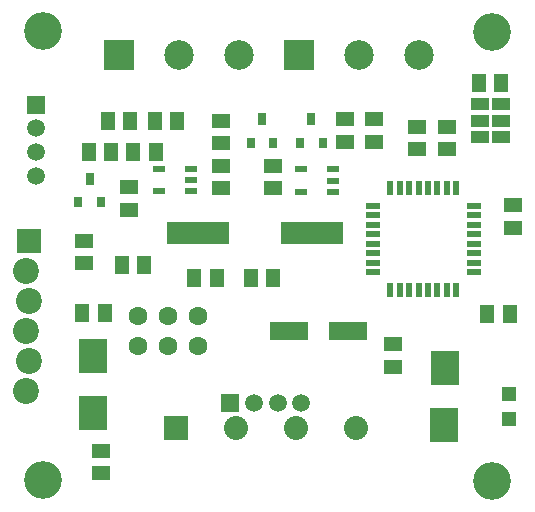
<source format=gbr>
%TF.GenerationSoftware,KiCad,Pcbnew,8.0.5*%
%TF.CreationDate,2024-10-28T18:07:44+00:00*%
%TF.ProjectId,WindSensorATMEGA328_PCB,57696e64-5365-46e7-936f-7241544d4547,rev?*%
%TF.SameCoordinates,PX5734380PY7df6180*%
%TF.FileFunction,Soldermask,Top*%
%TF.FilePolarity,Negative*%
%FSLAX46Y46*%
G04 Gerber Fmt 4.6, Leading zero omitted, Abs format (unit mm)*
G04 Created by KiCad (PCBNEW 8.0.5) date 2024-10-28 18:07:44*
%MOMM*%
%LPD*%
G01*
G04 APERTURE LIST*
%ADD10R,2.499360X2.499360*%
%ADD11C,2.499360*%
%ADD12R,2.032000X2.032000*%
%ADD13R,1.500000X1.500000*%
%ADD14C,2.032000*%
%ADD15C,1.500000*%
%ADD16R,1.500000X1.300000*%
%ADD17R,1.300000X1.500000*%
%ADD18R,2.100580X2.100580*%
%ADD19C,2.199640*%
%ADD20R,1.500000X1.000000*%
%ADD21R,2.397760X3.000000*%
%ADD22R,1.270000X0.558800*%
%ADD23R,0.558800X1.270000*%
%ADD24R,3.200000X1.600000*%
%ADD25R,1.198880X1.198880*%
%ADD26C,3.200000*%
%ADD27R,1.000000X0.550000*%
%ADD28C,1.600200*%
%ADD29R,5.334000X1.930400*%
%ADD30R,0.800100X0.900000*%
%ADD31R,0.800100X1.000760*%
G04 APERTURE END LIST*
D10*
%TO.C,P11*%
X44704000Y37338000D03*
D11*
X49784000Y37338000D03*
X54864000Y37338000D03*
%TD*%
D10*
%TO.C,P8*%
X59944000Y37338000D03*
D11*
X65024000Y37338000D03*
X70104000Y37338000D03*
%TD*%
D12*
%TO.C,P2*%
X49530000Y5715000D03*
D13*
X54150000Y7826000D03*
D14*
X54610000Y5715000D03*
D15*
X56150000Y7826000D03*
X58150000Y7826000D03*
D14*
X59690000Y5715000D03*
D15*
X60150000Y7826000D03*
D14*
X64770000Y5715000D03*
%TD*%
D16*
%TO.C,C7*%
X78105000Y24561800D03*
X78105000Y22661800D03*
%TD*%
%TO.C,C8*%
X43180000Y1910000D03*
X43180000Y3810000D03*
%TD*%
D17*
%TO.C,C9*%
X53009800Y18415000D03*
X51109800Y18415000D03*
%TD*%
%TO.C,C10*%
X55880000Y18415000D03*
X57780000Y18415000D03*
%TD*%
D18*
%TO.C,P9*%
X37084000Y21590000D03*
D19*
X36830000Y19050000D03*
X37084000Y16510000D03*
X36830000Y13970000D03*
X37084000Y11430000D03*
X36830000Y8890000D03*
%TD*%
D20*
%TO.C,P3*%
X77062000Y30353000D03*
X75311000Y30353000D03*
X77062000Y31750000D03*
X75311000Y31750000D03*
X77062000Y33147000D03*
X75311000Y33147000D03*
%TD*%
D16*
%TO.C,R7*%
X69977000Y31242000D03*
X69977000Y29342000D03*
%TD*%
D21*
%TO.C,SW2*%
X42545000Y11811000D03*
X42519600Y6985000D03*
%TD*%
D22*
%TO.C,U4*%
X66192400Y24516080D03*
X66192400Y23715980D03*
X66192400Y22915880D03*
X66192400Y22115780D03*
X66192400Y21318220D03*
X66192400Y20518120D03*
X66192400Y19718020D03*
X66192400Y18917920D03*
D23*
X67685920Y17424400D03*
X68486020Y17424400D03*
X69286120Y17424400D03*
X70086220Y17424400D03*
X70883780Y17424400D03*
X71683880Y17424400D03*
X72483980Y17424400D03*
X73284080Y17424400D03*
D22*
X74777600Y18917920D03*
X74777600Y19718020D03*
X74777600Y20518120D03*
X74777600Y21318220D03*
X74777600Y22115780D03*
X74777600Y22915880D03*
X74777600Y23715980D03*
X74777600Y24516080D03*
D23*
X73284080Y26009600D03*
X72483980Y26009600D03*
X71683880Y26009600D03*
X70883780Y26009600D03*
X70086220Y26009600D03*
X69286120Y26009600D03*
X68486020Y26009600D03*
X67685920Y26009600D03*
%TD*%
D17*
%TO.C,C5*%
X75895200Y15367000D03*
X77795200Y15367000D03*
%TD*%
D13*
%TO.C,P10*%
X37671000Y33099000D03*
D15*
X37671000Y31099000D03*
X37671000Y29099000D03*
X37671000Y27099000D03*
%TD*%
D16*
%TO.C,R6*%
X72517000Y31242000D03*
X72517000Y29342000D03*
%TD*%
D21*
%TO.C,SW1*%
X72288400Y10795000D03*
X72263000Y5969000D03*
%TD*%
D24*
%TO.C,C6*%
X59135000Y13970000D03*
X64135000Y13970000D03*
%TD*%
D16*
%TO.C,R4*%
X67945000Y12827000D03*
X67945000Y10927000D03*
%TD*%
D17*
%TO.C,R5*%
X41610200Y15494000D03*
X43510200Y15494000D03*
%TD*%
D16*
%TO.C,C4*%
X57785000Y27935000D03*
X57785000Y26035000D03*
%TD*%
D25*
%TO.C,D2*%
X77724000Y6477000D03*
X77724000Y8575040D03*
%TD*%
D26*
%TO.C,P6*%
X38327000Y39343000D03*
X38327000Y1343000D03*
X76327000Y39243000D03*
X76327000Y1243000D03*
%TD*%
D17*
%TO.C,R2*%
X45928200Y29083000D03*
X47828200Y29083000D03*
%TD*%
%TO.C,R3*%
X44069000Y29083000D03*
X42169000Y29083000D03*
%TD*%
D16*
%TO.C,R8*%
X45560000Y24211200D03*
X45560000Y26111200D03*
%TD*%
%TO.C,R9*%
X53340000Y31745000D03*
X53340000Y29845000D03*
%TD*%
%TO.C,R10*%
X53340000Y26040000D03*
X53340000Y27940000D03*
%TD*%
%TO.C,R11*%
X63881000Y29977000D03*
X63881000Y31877000D03*
%TD*%
%TO.C,C2*%
X41750000Y21590000D03*
X41750000Y19690000D03*
%TD*%
D17*
%TO.C,C3*%
X44958000Y19558000D03*
X46858000Y19558000D03*
%TD*%
D27*
%TO.C,U1*%
X62865000Y25720000D03*
X62865000Y26670000D03*
X62865000Y27620000D03*
X60165000Y27620000D03*
X60165000Y25720000D03*
%TD*%
%TO.C,U2*%
X50800000Y25786000D03*
X50800000Y26736000D03*
X50800000Y27686000D03*
X48100000Y27686000D03*
X48100000Y25786000D03*
%TD*%
D28*
%TO.C,P4*%
X51435000Y15240000D03*
X51435000Y12700000D03*
X48895000Y15240000D03*
X48895000Y12700000D03*
X46355000Y15240000D03*
X46355000Y12700000D03*
%TD*%
D29*
%TO.C,Y1*%
X51435000Y22225000D03*
X61087000Y22225000D03*
%TD*%
D30*
%TO.C,D4*%
X41280000Y24841200D03*
D31*
X42230000Y26841200D03*
D30*
X43180000Y24841200D03*
%TD*%
%TO.C,D1*%
X60071000Y29884620D03*
D31*
X61021000Y31884620D03*
D30*
X61971000Y29884620D03*
%TD*%
%TO.C,D3*%
X55880000Y29884620D03*
D31*
X56830000Y31884620D03*
D30*
X57780000Y29884620D03*
%TD*%
D17*
%TO.C,R12*%
X77089000Y34925000D03*
X75189000Y34925000D03*
%TD*%
%TO.C,R1*%
X47752000Y31750000D03*
X49652000Y31750000D03*
%TD*%
D16*
%TO.C,C11*%
X66294000Y29977000D03*
X66294000Y31877000D03*
%TD*%
D17*
%TO.C,C1*%
X43764200Y31750000D03*
X45664200Y31750000D03*
%TD*%
M02*

</source>
